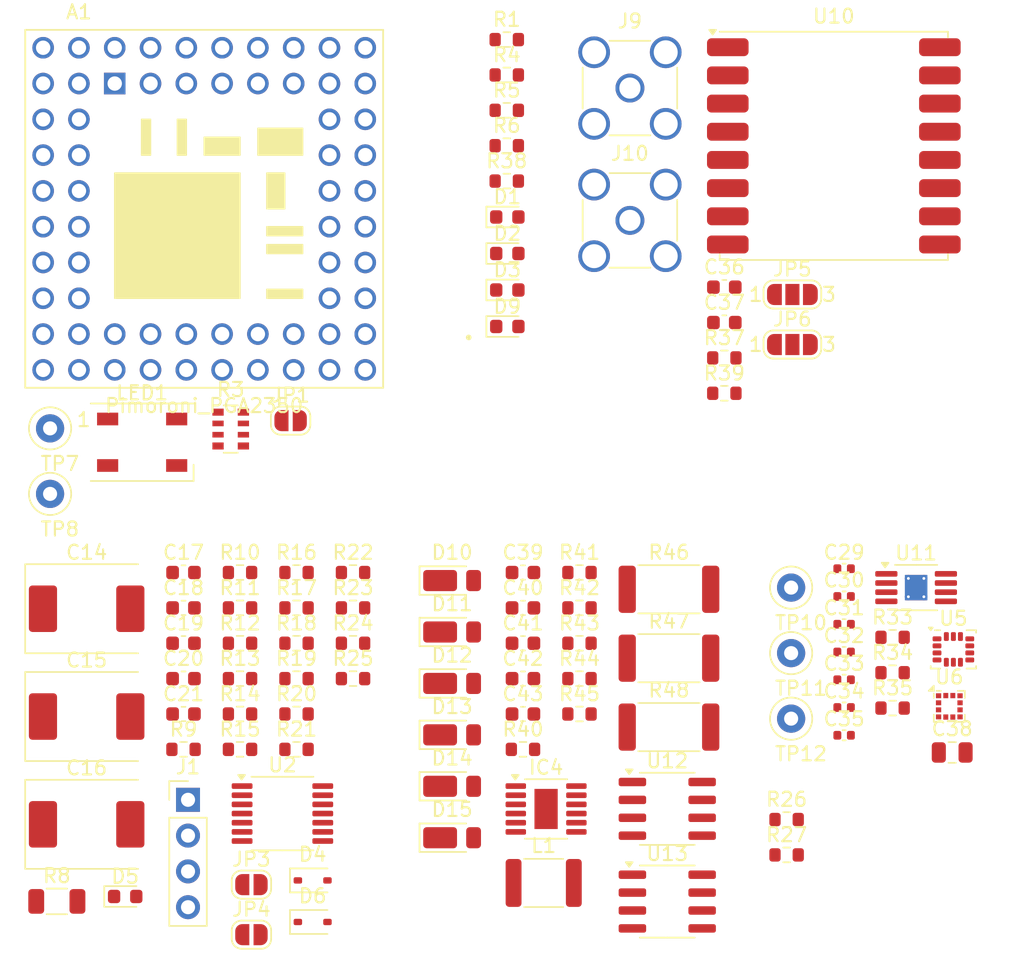
<source format=kicad_pcb>
(kicad_pcb (version 20240108) (generator "pcbnew") (generator_version "8.0")
  (layers (0 "F.Cu" signal) (31 "B.Cu" signal) (34 "B.Paste" user) (35 "F.Paste" user) (36 "B.SilkS" user "B.Silkscreen") (37 "F.SilkS" user "F.Silkscreen") (38 "B.Mask" user) (39 "F.Mask" user) (44 "Edge.Cuts" user))
  (net 0 "")
  (net 1 "UART1_TX")
  (net 3 "SPI1_MISO")
  (net 4 "Net-(A1-3V3_EN)")
  (net 7 "I2C0_SDA")
  (net 8 "SPI1_CS0")
  (net 9 "3.3V")
  (net 11 "/PGA2350 Core/USBBOOT")
  (net 15 "SPI1_SCK")
  (net 18 "SPI1_MOSI")
  (net 21 "SPI0_SCK")
  (net 22 "GND")
  (net 24 "UART0_TX")
  (net 32 "UART1_RX")
  (net 36 "SPI0_CS0")
  (net 38 "UART1_CTS")
  (net 41 "I2C1_SDA")
  (net 43 "SPI0_MISO")
  (net 45 "SPI0_MOSI")
  (net 46 "~{RESET}")
  (net 47 "UART1_RTS")
  (net 52 "UART0_RX")
  (net 56 "I2C1_SCL")
  (net 57 "I2C0_SCL")
  (net 60 "/Watchdog/WDT-VIN")
  (net 61 "Net-(C17-Pad2)")
  (net 62 "WDT_WDI")
  (net 63 "Net-(U2B-+)")
  (net 64 "Net-(U2C--)")
  (net 65 "Net-(U2D--)")
  (net 66 "V_BACKUP")
  (net 67 "Net-(U6-C1)")
  (net 68 "RF1_VCC")
  (net 69 "RF2_VCC")
  (net 70 "Net-(D10-K)")
  (net 71 "Net-(D14-K)")
  (net 72 "Net-(D13-K)")
  (net 73 "VBATT_SENSE")
  (net 74 "RX")
  (net 75 "Net-(D1-K)")
  (net 76 "Net-(D2-K)")
  (net 77 "TX")
  (net 78 "Net-(D3-A)")
  (net 79 "VBATT")
  (net 80 "Net-(D4-Pad1)")
  (net 81 "Net-(D5-A)")
  (net 82 "Net-(U2D-+)")
  (net 83 "Net-(D6-Pad2)")
  (net 84 "Net-(D9-A)")
  (net 85 "VSOLAR_I")
  (net 86 "Dir_Chrg_In")
  (net 87 "VBatt")
  (net 89 "CHRG'")
  (net 90 "Net-(IC4-VFB)")
  (net 91 "Net-(IC4-SENSE)")
  (net 93 "Net-(IC4-VIN_REG)")
  (net 94 "/Radios/RF1_ANT")
  (net 95 "RF2_ANT")
  (net 96 "Net-(JP1-B)")
  (net 97 "VCC_RF1")
  (net 98 "Net-(JP4-A)")
  (net 99 "NEOPIX")
  (net 105 "VBUS")
  (net 106 "Net-(R10-Pad1)")
  (net 107 "Net-(U2B--)")
  (net 108 "/Watchdog/WDT-VP")
  (net 109 "Net-(U2A--)")
  (net 110 "Net-(R17-Pad1)")
  (net 111 "Net-(R19-Pad1)")
  (net 112 "Net-(U2C-+)")
  (net 113 "/Connectors/D+")
  (net 114 "USB_D+")
  (net 115 "/Connectors/D-")
  (net 116 "USB_D-")
  (net 117 "SPI0_CS1")
  (net 118 "RTC_INT")
  (net 119 "Net-(IC3-EVI)")
  (net 120 "Net-(R40-Pad2)")
  (net 121 "VSOLAR")
  (net 122 "PACK+")
  (net 123 "RF1_IO4")
  (net 124 "RF1_IO0")
  (net 126 "SCL1")
  (net 132 "SDA1")
  (net 141 "RF2_IO0")
  (net 144 "RF2_RST")
  (net 146 "RF2_IO4")
  (net 150 "SDA0")
  (net 151 "SCL0")
  (footprint "Resistor_SMD:R_0603_1608Metric" (layer "F.Cu") (at 129.9425 39.375)
    (property "Reference" "R1" (at 0 -1.43 0) (layer "F.SilkS"))
    (property "Value" "10k")
    (pad "1" smd roundrect (at -0.825 0) (size 0.8 0.95) (layers "F.Cu" "F.Paste" "F.Mask") (net 9 "3.3V"))
    (pad "2" smd roundrect (at 0.825 0) (size 0.8 0.95) (layers "F.Cu" "F.Paste" "F.Mask") (net 46 "~{RESET}"))
  )
  (footprint "Resistor_SMD:R_0603_1608Metric" (layer "F.Cu") (at 115.0225 79.705)
    (property "Reference" "R17" (at 0 -1.43 0) (layer "F.SilkS"))
    (property "Value" "1k")
    (pad "1" smd roundrect (at -0.825 0) (size 0.8 0.95) (layers "F.Cu" "F.Paste" "F.Mask") (net 110 "Net-(R17-Pad1)"))
    (pad "2" smd roundrect (at 0.825 0) (size 0.8 0.95) (layers "F.Cu" "F.Paste" "F.Mask") (net 63 "Net-(U2B-+)"))
  )
  (footprint "Resistor_SMD:R_0603_1608Metric" (layer "F.Cu") (at 111.0125 79.705)
    (property "Reference" "R11" (at 0 -1.43 0) (layer "F.SilkS"))
    (property "Value" "10k")
    (pad "1" smd roundrect (at -0.825 0) (size 0.8 0.95) (layers "F.Cu" "F.Paste" "F.Mask") (net 65 "Net-(U2D--)"))
    (pad "2" smd roundrect (at 0.825 0) (size 0.8 0.95) (layers "F.Cu" "F.Paste" "F.Mask") (net 107 "Net-(U2B--)"))
  )
  (footprint "Resistor_SMD:R_0603_1608Metric" (layer "F.Cu") (at 157.3225 86.815)
    (property "Reference" "R35" (at 0 -1.43 0) (layer "F.SilkS"))
    (property "Value" "10k")
    (pad "1" smd roundrect (at -0.825 0) (size 0.8 0.95) (layers "F.Cu" "F.Paste" "F.Mask") (net 119 "Net-(IC3-EVI)"))
    (pad "2" smd roundrect (at 0.825 0) (size 0.8 0.95) (layers "F.Cu" "F.Paste" "F.Mask") (net 9 "3.3V"))
  )
  (footprint "Capacitor_SMD:C_0603_1608Metric" (layer "F.Cu") (at 131.0925 87.235)
    (property "Reference" "C43" (at 0 -1.43 0) (layer "F.SilkS"))
    (property "Value" "0.1uF")
    (pad "1" smd roundrect (at -0.775 0) (size 0.9 0.95) (layers "F.Cu" "F.Paste" "F.Mask") (net 22 "GND"))
    (pad "2" smd roundrect (at 0.775 0) (size 0.9 0.95) (layers "F.Cu" "F.Paste" "F.Mask") (net 9 "3.3V"))
  )
  (footprint "Resistor_SMD:R_0603_1608Metric" (layer "F.Cu") (at 135.1025 79.705)
    (property "Reference" "R42" (at 0 -1.43 0) (layer "F.SilkS"))
    (property "Value" "94k")
    (pad "1" smd roundrect (at -0.825 0) (size 0.8 0.95) (layers "F.Cu" "F.Paste" "F.Mask") (net 22 "GND"))
    (pad "2" smd roundrect (at 0.825 0) (size 0.8 0.95) (layers "F.Cu" "F.Paste" "F.Mask") (net 93 "Net-(IC4-VIN_REG)"))
  )
  (footprint "Capacitor_SMD:C_0402_1005Metric" (layer "F.Cu") (at 153.8825 80.865)
    (property "Reference" "C31" (at 0 -1.16 0) (layer "F.SilkS"))
    (property "Value" "100nf")
    (pad "1" smd roundrect (at -0.48 0) (size 0.56 0.62) (layers "F.Cu" "F.Paste" "F.Mask") (net 9 "3.3V"))
    (pad "2" smd roundrect (at 0.48 0) (size 0.56 0.62) (layers "F.Cu" "F.Paste" "F.Mask") (net 22 "GND"))
  )
  (footprint "Jumper:SolderJumper-2_P1.3mm_Open_RoundedPad1.0x1.5mm" (layer "F.Cu") (at 114.6025 66.415)
    (property "Reference" "JP1" (at 0 -1.8 0) (layer "F.SilkS"))
    (property "Value" "SolderJumper_2_Open")
    (pad "1" smd custom (at -0.65 0) (size 1 0.5) (layers "F.Cu" "F.Mask") (net 9 "3.3V") (options (clearance outline) (anchor rect)) (primitives (gr_circle (center 0 0.25) (end 0.5 0.25) (width 0) (fill yes)) (gr_circle (center 0 -0.25) (end 0.5 -0.25) (width 0) (fill yes)) (gr_poly (pts (xy 0.5 0.75) (xy 0 0.75) (xy 0 -0.75) (xy 0.5 -0.75)) (width 0) (fill yes))))
    (pad "2" smd custom (at 0.65 0) (size 1 0.5) (layers "F.Cu" "F.Mask") (net 96 "Net-(JP1-B)") (options (clearance outline) (anchor rect)) (primitives (gr_circle (center 0 0.25) (end 0.5 0.25) (width 0) (fill yes)) (gr_circle (center 0 -0.25) (end 0.5 -0.25) (width 0) (fill yes)) (gr_poly (pts (xy 0 0.75) (xy -0.5 0.75) (xy -0.5 -0.75) (xy 0 -0.75)) (width 0) (fill yes))))
  )
  (footprint "Diode_SMD:D_PowerDI-123" (layer "F.Cu") (at 126.0625 85.065)
    (property "Reference" "D12" (at 0 -2 0) (layer "F.SilkS"))
    (property "Value" "DFLS130L-7")
    (pad "1" smd roundrect (at -0.85 0 180) (size 2.4 1.5) (layers "F.Cu" "F.Paste" "F.Mask") (roundrect_rratio 0.1666666667) (net 87 "VBatt"))
    (pad "2" smd roundrect (at 1.525 0 180) (size 1.05 1.5) (layers "F.Cu" "F.Paste" "F.Mask") (roundrect_rratio 0.2380952381) (net 86 "Dir_Chrg_In"))
  )
  (footprint "Package_SO:MSOP-12-1EP_3x4mm_P0.65mm_EP1.65x2.85mm" (layer "F.Cu") (at 132.7325 93.975)
    (property "Reference" "IC4" (at 0 -2.95 0) (layer "F.SilkS"))
    (property "Value" "LT3652IMSE#PBF")
    (pad "1" smd roundrect (at -2.15 -1.625) (size 1.45 0.4) (layers "F.Cu" "F.Paste" "F.Mask") (net 70 "Net-(D10-K)"))
    (pad "2" smd roundrect (at -2.15 -0.975) (size 1.45 0.4) (layers "F.Cu" "F.Paste" "F.Mask") (net 93 "Net-(IC4-VIN_REG)"))
    (pad "3" smd roundrect (at -2.15 -0.325) (size 1.45 0.4) (layers "F.Cu" "F.Paste" "F.Mask") (net 70 "Net-(D10-K)"))
    (pad "4" smd roundrect (at -2.15 0.325) (size 1.45 0.4) (layers "F.Cu" "F.Paste" "F.Mask") (net 89 "CHRG'"))
    (pad "5" smd roundrect (at -2.15 0.975) (size 1.45 0.4) (layers "F.Cu" "F.Paste" "F.Mask"))
    (pad "6" smd roundrect (at -2.15 1.625) (size 1.45 0.4) (layers "F.Cu" "F.Paste" "F.Mask") (net 22 "GND"))
    (pad "7" smd roundrect (at 2.15 1.625) (size 1.45 0.4) (layers "F.Cu" "F.Paste" "F.Mask") (net 90 "Net-(IC4-VFB)"))
    (pad "8" smd roundrect (at 2.15 0.975) (size 1.45 0.4) (layers "F.Cu" "F.Paste" "F.Mask"))
    (pad "9" smd roundrect (at 2.15 0.325) (size 1.45 0.4) (layers "F.Cu" "F.Paste" "F.Mask") (net 73 "VBATT_SENSE"))
    (pad "10" smd roundrect (at 2.15 -0.325) (size 1.45 0.4) (layers "F.Cu" "F.Paste" "F.Mask") (net 91 "Net-(IC4-SENSE)"))
    (pad "11" smd roundrect (at 2.15 -0.975) (size 1.45 0.4) (layers "F.Cu" "F.Paste" "F.Mask") (net 72 "Net-(D13-K)"))
    (pad "12" smd roundrect (at 2.15 -1.625) (size 1.45 0.4) (layers "F.Cu" "F.Paste" "F.Mask") (net 71 "Net-(D14-K)"))
    (pad "13" smd rect (at 0 0) (size 1.65 2.85) (property pad_prop_heatsink) (layers "F.Cu" "F.Mask") (net 22 "GND"))
  )
  (footprint "Capacitor_SMD:C_0603_1608Metric" (layer "F.Cu") (at 107.0025 77.195)
    (property "Reference" "C17" (at 0 -1.43 0) (layer "F.SilkS"))
    (property "Value" "10u")
    (pad "1" smd roundrect (at -0.775 0) (size 0.9 0.95) (layers "F.Cu" "F.Paste" "F.Mask") (net 62 "WDT_WDI"))
    (pad "2" smd roundrect (at 0.775 0) (size 0.9 0.95) (layers "F.Cu" "F.Paste" "F.Mask") (net 61 "Net-(C17-Pad2)"))
  )
  (footprint "Resistor_SMD:R_0603_1608Metric" (layer "F.Cu") (at 129.9425 49.415)
    (property "Reference" "R38" (at 0 -1.43 0) (layer "F.SilkS"))
    (property "Value" "10k")
    (pad "1" smd roundrect (at -0.825 0) (size 0.8 0.95) (layers "F.Cu" "F.Paste" "F.Mask") (net 9 "3.3V"))
    (pad "2" smd roundrect (at 0.825 0) (size 0.8 0.95) (layers "F.Cu" "F.Paste" "F.Mask") (net 84 "Net-(D9-A)"))
  )
  (footprint "Resistor_SMD:R_0603_1608Metric" (layer "F.Cu") (at 119.0325 77.195)
    (property "Reference" "R22" (at 0 -1.43 0) (layer "F.SilkS"))
    (property "Value" "100k")
    (pad "1" smd roundrect (at -0.825 0) (size 0.8 0.95) (layers "F.Cu" "F.Paste" "F.Mask") (net 112 "Net-(U2C-+)"))
    (pad "2" smd roundrect (at 0.825 0) (size 0.8 0.95) (layers "F.Cu" "F.Paste" "F.Mask") (net 82 "Net-(U2D-+)"))
  )
  (footprint "LED_SMD:LED_0603_1608Metric" (layer "F.Cu") (at 129.9825 59.735)
    (property "Reference" "D9" (at 0 -1.43 0) (layer "F.SilkS"))
    (property "Value" "LED")
    (pad "1" smd roundrect (at -0.7875 0) (size 0.875 0.95) (layers "F.Cu" "F.Paste" "F.Mask") (net 22 "GND"))
    (pad "2" smd roundrect (at 0.7875 0) (size 0.875 0.95) (layers "F.Cu" "F.Paste" "F.Mask") (net 84 "Net-(D9-A)"))
  )
  (footprint "Capacitor_SMD:C_0603_1608Metric" (layer "F.Cu") (at 107.0025 79.705)
    (property "Reference" "C18" (at 0 -1.43 0) (layer "F.SilkS"))
    (property "Value" "10u")
    (pad "1" smd roundrect (at -0.775 0) (size 0.9 0.95) (layers "F.Cu" "F.Paste" "F.Mask") (net 22 "GND"))
    (pad "2" smd roundrect (at 0.775 0) (size 0.9 0.95) (layers "F.Cu" "F.Paste" "F.Mask") (net 63 "Net-(U2B-+)"))
  )
  (footprint "Resistor_SMD:R_0603_1608Metric" (layer "F.Cu") (at 135.1025 77.195)
    (property "Reference" "R41" (at 0 -1.43 0) (layer "F.SilkS"))
    (property "Value" "100k")
    (pad "1" smd roundrect (at -0.825 0) (size 0.8 0.95) (layers "F.Cu" "F.Paste" "F.Mask") (net 120 "Net-(R40-Pad2)"))
    (pad "2" smd roundrect (at 0.825 0) (size 0.8 0.95) (layers "F.Cu" "F.Paste" "F.Mask") (net 93 "Net-(IC4-VIN_REG)"))
  )
  (footprint "TestPoint:TestPoint_Loop_D1.80mm_Drill1.0mm_Beaded" (layer "F.Cu") (at 97.5325 71.615)
    (property "Reference" "TP8" (at 0.7 2.5 0) (layer "F.SilkS"))
    (property "Value" "RESET")
    (pad "1" thru_hole circle (at 0 0) (size 2 2) (drill 1) (layers "*.Cu" "*.Mask") (net 46 "~{RESET}"))
  )
  (footprint "Resistor_SMD:R_0603_1608Metric" (layer "F.Cu") (at 107.0025 89.745)
    (property "Reference" "R9" (at 0 -1.43 0) (layer "F.SilkS"))
    (property "Value" "10k")
    (pad "1" smd roundrect (at -0.825 0) (size 0.8 0.95) (layers "F.Cu" "F.Paste" "F.Mask") (net 60 "/Watchdog/WDT-VIN"))
    (pad "2" smd roundrect (at 0.825 0) (size 0.8 0.95) (layers "F.Cu" "F.Paste" "F.Mask") (net 106 "Net-(R10-Pad1)"))
  )
  (footprint "TestPoint:TestPoint_Loop_D1.80mm_Drill1.0mm_Beaded" (layer "F.Cu") (at 150.1225 87.565)
    (property "Reference" "TP12" (at 0.7 2.5 0) (layer "F.SilkS"))
    (property "Value" "RESET")
    (pad "1" thru_hole circle (at 0 0) (size 2 2) (drill 1) (layers "*.Cu" "*.Mask") (net 124 "RF1_IO0"))
  )
  (footprint "Diode_SMD:D_SOD-323" (layer "F.Cu") (at 116.1675 101.995)
    (property "Reference" "D6" (at 0 -1.85 0) (layer "F.SilkS"))
    (property "Value" "1N4151WS")
    (pad "1" smd roundrect (at -1.05 0) (size 0.6 0.45) (layers "F.Cu" "F.Paste" "F.Mask") (net 82 "Net-(U2D-+)"))
    (pad "2" smd roundrect (at 1.05 0) (size 0.6 0.45) (layers "F.Cu" "F.Paste" "F.Mask") (net 83 "Net-(D6-Pad2)"))
  )
  (footprint "Capacitor_SMD:C_0402_1005Metric" (layer "F.Cu") (at 153.8825 78.895)
    (property "Reference" "C30" (at 0 -1.16 0) (layer "F.SilkS"))
    (property "Value" "100nf")
    (pad "1" smd roundrect (at -0.48 0) (size 0.56 0.62) (layers "F.Cu" "F.Paste" "F.Mask") (net 9 "3.3V"))
    (pad "2" smd roundrect (at 0.48 0) (size 0.56 0.62) (layers "F.Cu" "F.Paste" "F.Mask") (net 22 "GND"))
  )
  (footprint "LED_SMD:LED_0603_1608Metric" (layer "F.Cu") (at 102.8625 100.185)
    (property "Reference" "D5" (at 0 -1.43 0) (layer "F.SilkS"))
    (property "Value" "GREEN")
    (pad "1" smd roundrect (at -0.7875 0) (size 0.875 0.95) (layers "F.Cu" "F.Paste" "F.Mask") (net 22 "GND"))
    (pad "2" smd roundrect (at 0.7875 0) (size 0.875 0.95) (layers "F.Cu" "F.Paste" "F.Mask") (net 81 "Net-(D5-A)"))
  )
  (footprint "TestPoint:TestPoint_Loop_D1.80mm_Drill1.0mm_Beaded" (layer "F.Cu") (at 97.5325 66.965)
    (property "Reference" "TP7" (at 0.7 2.5 0) (layer "F.SilkS"))
    (property "Value" "USBBOOT")
    (pad "1" thru_hole circle (at 0 0) (size 2 2) (drill 1) (layers "*.Cu" "*.Mask") (net 11 "/PGA2350 Core/USBBOOT"))
  )
  (footprint "Resistor_SMD:R_0603_1608Metric" (layer "F.Cu") (at 157.3225 81.795)
    (property "Reference" "R33" (at 0 -1.43 0) (layer "F.SilkS"))
    (property "Value" "10k")
    (pad "1" smd roundrect (at -0.825 0) (size 0.8 0.95) (layers "F.Cu" "F.Paste" "F.Mask") (net 117 "SPI0_CS1"))
    (pad "2" smd roundrect (at 0.825 0) (size 0.8 0.95) (layers "F.Cu" "F.Paste" "F.Mask") (net 9 "3.3V"))
  )
  (footprint "Capacitor_SMD:C_0402_1005Metric" (layer "F.Cu") (at 153.8825 76.925)
    (property "Reference" "C29" (at 0 -1.16 0) (layer "F.SilkS"))
    (property "Value" "100nf")
    (pad "1" smd roundrect (at -0.48 0) (size 0.56 0.62) (layers "F.Cu" "F.Paste" "F.Mask") (net 66 "V_BACKUP"))
    (pad "2" smd roundrect (at 0.48 0) (size 0.56 0.62) (layers "F.Cu" "F.Paste" "F.Mask") (net 22 "GND"))
  )
  (footprint "Resistor_SMD:R_0603_1608Metric" (layer "F.Cu") (at 119.0325 82.215)
    (property "Reference" "R24" (at 0 -1.43 0) (layer "F.SilkS"))
    (property "Value" "100k")
    (pad "1" smd roundrect (at -0.825 0) (size 0.8 0.95) (layers "F.Cu" "F.Paste" "F.Mask") (net 82 "Net-(U2D-+)"))
    (pad "2" smd roundrect (at 0.825 0) (size 0.8 0.95) (layers "F.Cu" "F.Paste" "F.Mask") (net 60 "/Watchdog/WDT-VIN"))
  )
  (footprint "Resistor_SMD:R_0603_1608Metric" (layer "F.Cu") (at 149.8025 97.235)
    (property "Reference" "R27" (at 0 -1.43 0) (layer "F.SilkS"))
    (property "Value" "22")
    (pad "1" smd roundrect (at -0.825 0) (size 0.8 0.95) (layers "F.Cu" "F.Paste" "F.Mask") (net 115 "/Connectors/D-"))
    (pad "2" smd roundrect (at 0.825 0) (size 0.8 0.95) (layers "F.Cu" "F.Paste" "F.Mask") (net 116 "USB_D-"))
  )
  (footprint "Capacitor_SMD:C_0402_1005Metric" (layer "F.Cu") (at 153.8825 82.835)
    (property "Reference" "C32" (at 0 -1.16 0) (layer "F.SilkS"))
    (property "Value" "100nf")
    (pad "1" smd roundrect (at -0.48 0) (size 0.56 0.62) (layers "F.Cu" "F.Paste" "F.Mask") (net 9 "3.3V"))
    (pad "2" smd roundrect (at 0.48 0) (size 0.56 0.62) (layers "F.Cu" "F.Paste" "F.Mask") (net 22 "GND"))
  )
  (footprint "Jumper:SolderJumper-2_P1.3mm_Open_RoundedPad1.0x1.5mm" (layer "F.Cu") (at 111.8225 102.895)
    (property "Reference" "JP4" (at 0 -1.8 0) (layer "F.SilkS"))
    (property "Value" "SolderJumper_2_Open")
    (pad "1" smd custom (at -0.65 0) (size 1 0.5) (layers "F.Cu" "F.Mask") (net 98 "Net-(JP4-A)") (options (clearance outline) (anchor rect)) (primitives (gr_circle (center 0 0.25) (end 0.5 0.25) (width 0) (fill yes)) (gr_circle (center 0 -0.25) (end 0.5 -0.25) (width 0) (fill yes)) (gr_poly (pts (xy 0.5 0.75) (xy 0 0.75) (xy 0 -0.75) (xy 0.5 -0.75)) (width 0) (fill yes))))
    (pad "2" smd custom (at 0.65 0) (size 1 0.5) (layers "F.Cu" "F.Mask") (net 46 "~{RESET}") (options (clearance outline) (anchor rect)) (primitives (gr_circle (center 0 0.25) (end 0.5 0.25) (width 0) (fill yes)) (gr_circle (center 0 -0.25) (end 0.5 -0.25) (width 0) (fill yes)) (gr_poly (pts (xy 0 0.75) (xy -0.5 0.75) (xy -0.5 -0.75) (xy 0 -0.75)) (width 0) (fill yes))))
  )
  (footprint "Resistor_SMD:R_0603_1608Metric" (layer "F.Cu") (at 145.3825 61.965)
    (property "Reference" "R37" (at 0 -1.43 0) (layer "F.SilkS"))
    (property "Value" "10k")
    (pad "1" smd roundrect (at -0.825 0) (size 0.8 0.95) (layers "F.Cu" "F.Paste" "F.Mask") (net 9 "3.3V"))
    (pad "2" smd roundrect (at 0.825 0) (size 0.8 0.95) (layers "F.Cu" "F.Paste" "F.Mask") (net 36 "SPI0_CS0"))
  )
  (footprint "Connector_Coaxial:SMA_Amphenol_901-144_Vertical" (layer "F.Cu") (at 138.6825 52.205)
    (property "Reference" "J10" (at 0 -4.75 0) (layer "F.SilkS"))
    (property "Value" "Conn_Coaxial")
    (pad "1" thru_hole circle (at 0 0) (size 2.05 2.05) (drill 1.5) (layers "*.Cu" "*.Mask") (net 95 "RF2_ANT"))
    (pad "2" thru_hole circle (at -2.54 -2.54) (size 2.25 2.25) (drill 1.7) (layers "*.Cu" "*.Mask") (net 22 "GND"))
    (pad "2" thru_hole circle (at -2.54 2.54) (size 2.25 2.25) (drill 1.7) (layers "*.Cu" "*.Mask") (net 22 "GND"))
    (pad "2" thru_hole circle (at 2.54 -2.54) (size 2.25 2.25) (drill 1.7) (layers "*.Cu" "*.Mask") (net 22 "GND"))
    (pad "2" thru_hole circle (at 2.54 2.54) (size 2.25 2.25) (drill 1.7) (layers "*.Cu" "*.Mask") (net 22 "GND"))
  )
  (footprint "Resistor_SMD:R_0603_1608Metric" (layer "F.Cu") (at 115.0225 84.725)
    (property "Reference" "R19" (at 0 -1.43 0) (layer "F.SilkS"))
    (property "Value" "1k")
    (pad "1" smd roundrect (at -0.825 0) (size 0.8 0.95) (layers "F.Cu" "F.Paste" "F.Mask") (net 111 "Net-(R19-Pad1)"))
    (pad "2" smd roundrect (at 0.825 0) (size 0.8 0.95) (layers "F.Cu" "F.Paste" "F.Mask") (net 64 "Net-(U2C--)"))
  )
  (footprint "LED_SMD:LED_WS2812B_PLCC4_5.0x5.0mm_P3.2mm" (layer "F.Cu") (at 104.0675 67.95)
    (property "Reference" "LED1" (at 0 -3.5 0) (layer "F.SilkS"))
    (property "Value" "WS2812B_SK6812_1515")
    (fp_text user "1" (at -4.15 -1.6 0) (layer "F.SilkS"))
    (pad "1" smd rect (at -2.45 -1.65) (size 1.5 0.9) (layers "F.Cu" "F.Paste" "F.Mask") (net 96 "Net-(JP1-B)"))
    (pad "2" smd rect (at -2.45 1.65) (size 1.5 0.9) (layers "F.Cu" "F.Paste" "F.Mask"))
    (pad "3" smd rect (at 2.45 1.65) (size 1.5 0.9) (layers "F.Cu" "F.Paste" "F.Mask") (net 22 "GND"))
    (pad "4" smd rect (at 2.45 -1.65) (size 1.5 0.9) (layers "F.Cu" "F.Paste" "F.Mask") (net 99 "NEOPIX"))
  )
  (footprint "Resistor_SMD:R_0603_1608Metric" (layer "F.Cu") (at 115.0225 87.235)
    (property "Reference" "R20" (at 0 -1.43 0) (layer "F.SilkS"))
    (property "Value" "100k")
    (pad "1" smd roundrect (at -0.825 0) (size 0.8 0.95) (layers "F.Cu" "F.Paste" "F.Mask") (net 112 "Net-(U2C-+)"))
    (pad "2" smd roundrect (at 0.825 0) (size 0.8 0.95) (layers "F.Cu" "F.Paste" "F.Mask") (net 106 "Net-(R10-Pad1)"))
  )
  (footprint "Resistor_SMD:R_0603_1608Metric" (layer "F.Cu") (at 111.0125 87.235)
    (property "Reference" "R14" (at 0 -1.43 0) (layer "F.SilkS"))
    (property "Value" "3.0k")
    (pad "1" smd roundrect (at -0.825 0) (size 0.8 0.95) (layers "F.Cu" "F.Paste" "F.Mask") (net 62 "WDT_WDI"))
    (pad "2" smd roundrect (at 0.825 0) (size 0.8 0.95) (layers "F.Cu" "F.Paste" "F.Mask") (net 81 "Net-(D5-A)"))
  )
  (footprint "Package_SO:SOIC-8_3.9x4.9mm_P1.27mm" (layer "F.Cu") (at 141.3325 93.965)
    (property "Reference" "U12" (at 0 -3.4 0) (layer "F.SilkS"))
    (property "Value" "INA219AxD")
    (pad "1" smd roundrect (at -2.475 -1.905) (size 1.95 0.6) (layers "F.Cu" "F.Paste" "F.Mask") (net 9 "3.3V"))
    (pad "2" smd roundrect (at -2.475 -0.635) (size 1.95 0.6) (layers "F.Cu" "F.Paste" "F.Mask") (net 22 "GND"))
    (pad "3" smd roundrect (at -2.475 0.635) (size 1.95 0.6) (layers "F.Cu" "F.Paste" "F.Mask") (net 150 "SDA0"))
    (pad "4" smd roundrect (at -2.475 1.905) (size 1.95 0.6) (layers "F.Cu" "F.Paste" "F.Mask") (net 151 "SCL0"))
    (pad "5" smd roundrect (at 2.475 1.905) (size 1.95 0.6) (layers "F.Cu" "F.Paste" "F.Mask") (net 9 "3.3V"))
    (pad "6" smd roundrect (at 2.475 0.635) (size 1.95 0.6) (layers "F.Cu" "F.Paste" "F.Mask") (net 22 "GND"))
    (pad "7" smd roundrect (at 2.475 -0.635) (size 1.95 0.6) (layers "F.Cu" "F.Paste" "F.Mask") (net 85 "VSOLAR_I"))
    (pad "8" smd roundrect (at 2.475 -1.905) (size 1.95 0.6) (layers "F.Cu" "F.Paste" "F.Mask") (net 121 "VSOLAR"))
  )
  (footprint "Capacitor_SMD:C_0603_1608Metric" (layer "F.Cu") (at 107.0025 82.215)
    (property "Reference" "C19" (at 0 -1.43 0) (layer "F.SilkS"))
    (property "Value" "10u")
    (pad "1" smd roundrect (at -0.775 0) (size 0.9 0.95) (layers "F.Cu" "F.Paste" "F.Mask") (net 22 "GND"))
    (pad "2" smd roundrect (at 0.775 0) (size 0.9 0.95) (layers "F.Cu" "F.Paste" "F.Mask") (net 64 "Net-(U2C--)"))
  )
  (footprint "Resistor_SMD:R_0603_1608Metric" (layer "F.Cu") (at 129.9425 41.885)
    (property "Reference" "R4" (at 0 -1.43 0) (layer "F.SilkS"))
    (property "Value" "10k")
    (pad "1" smd roundrect (at -0.825 0) (size 0.8 0.95) (layers "F.Cu" "F.Paste" "F.Mask") (net 75 "Net-(D1-K)"))
    (pad "2" smd roundrect (at 0.825 0) (size 0.8 0.95) (layers "F.Cu" "F.Paste" "F.Mask") (net 22 "GND"))
  )
  (footprint "Connector_Coaxial:SMA_Amphenol_901-144_Vertical" (layer "F.Cu") (at 138.6825 42.815)
    (property "Reference" "J9" (at 0 -4.75 0) (layer "F.SilkS"))
    (property "Value" "Conn_Coaxial")
    (pad "1" thru_hole circle (at 0 0) (size 2.05 2.05) (drill 1.5) (layers "*.Cu" "*.Mask") (net 94 "/Radios/RF1_ANT"))
    (pad "2" thru_hole circle (at -2.54 -2.54) (size 2.25 2.25) (drill 1.7) (layers "*.Cu" "*.Mask") (net 22 "GND"))
    (pad "2" thru_hole circle (at -2.54 2.54) (size 2.25 2.25) (drill 1.7) (layers "*.Cu" "*.Mask") (net 22 "GND"))
    (pad "2" thru_hole circle (at 2.54 -2.54) (size 2.25 2.25) (drill 1.7) (layers "*.Cu" "*.Mask") (net 22 "GND"))
    (pad "2" thru_hole circle (at 2.54 2.54) (size 2.25 2.25) (drill 1.7) (layers "*.Cu" "*.Mask") (net 22 "GND"))
  )
  (footprint "Capacitor_SMD:C_0603_1608Metric" (layer "F.Cu") (at 145.3825 56.945)
    (property "Reference" "C36" (at 0 -1.43 0) (layer "F.SilkS"))
    (property "Value" "10uF")
    (pad "1" smd roundrect (at -0.775 0) (size 0.9 0.95) (layers "F.Cu" "F.Paste" "F.Mask") (net 22 "GND"))
    (pad "2" smd roundrect (at 0.775 0) (size 0.9 0.95) (layers "F.Cu" "F.Paste" "F.Mask") (net 68 "RF1_VCC"))
  )
  (footprint "Capacitor_SMD:C_0603_1608Metric" (layer "F.Cu") (at 107.0025 87.235)
    (property "Reference" "C21" (at 0 -1.43 0) (layer "F.SilkS"))
    (property "Value" "10u")
    (pad "1" smd roundrect (at -0.775 0) (size 0.9 0.95) (layers "F.Cu" "F.Paste" "F.Mask") (net 22 "GND"))
    (pad "2" smd roundrect (at 0.775 0) (size 0.9 0.95) (layers "F.Cu" "F.Paste" "F.Mask") (net 65 "Net-(U2D--)"))
  )
  (footprint "Diode_SMD:D_PowerDI-123" (layer "F.Cu") (at 126.0625 81.415)
    (property "Reference" "D11" (at 0 -2 0) (layer "F.SilkS"))
    (property "Value" "DFLS130L-7")
    (pad "1" smd roundrect (at -0.85 0 180) (size 2.4 1.5) (layers "F.Cu" "F.Paste" "F.Mask") (roundrect_rratio 0.1666666667) (net 70 "Net-(D10-K)"))
    (pad "2" smd roundrect (at 1.525 0 180) (size 1.05 1.5) (layers "F.Cu" "F.Paste" "F.Mask") (roundrect_rratio 0.2380952381) (net 86 "Dir_Chrg_In"))
  )
  (footprint "Package_SO:TSSOP-14_4.4x5mm_P0.65mm" (layer "F.Cu") (at 114.0225 94.3)
    (property "Reference" "U2" (at 0 -3.45 0) (layer "F.SilkS"))
    (property "Value" "TLV1704")
    (pad "1" smd roundrect (at -2.8625 -1.95) (size 1.475 0.4) (layers "F.Cu" "F.Paste" "F.Mask") (net 111 "Net-(R19-Pad1)"))
    (pad "2" smd roundrect (at -2.8625 -1.3) (size 1.475 0.4) (layers "F.Cu" "F.Paste" "F.Mask") (net 110 "Net-(R17-Pad1)"))
    (pad "3" smd roundrect (at -2.8625 -0.65) (size 1.475 0.4) (layers "F.Cu" "F.Paste" "F.Mask") (net 60 "/Watchdog/WDT-VIN"))
    (pad "4" smd roundrect (at -2.8625 0) (size 1.475 0.4) (layers "F.Cu" "F.Paste" "F.Mask") (net 109 "Net-(U2A--)"))
    (pad "5" smd roundrect (at -2.8625 0.65) (size 1.475 0.4) (layers "F.Cu" "F.Paste" "F.Mask") (net 108 "/Watchdog/WDT-VP"))
    (pad "6" smd roundrect (at -2.8625 1.3) (size 1.475 0.4) (layers "F.Cu" "F.Paste" "F.Mask") (net 107 "Net-(U2B--)"))
    (pad "7" smd roundrect (at -2.8625 1.95) (size 1.475 0.4) (layers "F.Cu" "F.Paste" "F.Mask") (net 63 "Net-(U2B-+)"))
    (pad "8" smd roundrect (at 2.8625 1.95) (size 1.475 0.4) (layers "F.Cu" "F.Paste" "F.Mask") (net 64 "Net-(U2C--)"))
    (pad "9" smd roundrect (at 2.8625 1.3) (size 1.475 0.4) (layers "F.Cu" "F.Paste" "F.Mask") (net 112 "Net-(U2C-+)"))
    (pad "10" smd roundrect (at 2.8625 0.65) (size 1.475 0.4) (layers "F.Cu" "F.Paste" "F.Mask") (net 65 "Net-(U2D--)"))
    (pad "11" smd roundrect (at 2.8625 0) (size 1.475 0.4) (layers "F.Cu" "F.Paste" "F.Mask") (net 82 "Net-(U2D-+)"))
    (pad "12" smd roundrect (at 2.8625 -0.65) (size 1.475 0.4) (layers "F.Cu" "F.Paste" "F.Mask") (net 22 "GND"))
    (pad "13" smd roundrect (at 2.8625 -1.3) (size 1.475 0.4) (layers "F.Cu" "F.Paste" "F.Mask") (net 98 "Net-(JP4-A)"))
    (pad "14" smd roundrect (at 2.8625 -1.95) (size 1.475 0.4) (layers "F.Cu" "F.Paste" "F.Mask") (net 82 "Net-(U2D-+)"))
  )
  (footprint "Resistor_SMD:R_0603_1608Metric" (layer "F.Cu") (at 135.1025 82.215)
    (property "Reference" "R43" (at 0 -1.43 0) (layer "F.SilkS"))
    (property "Value" "10K")
    (pad "1" smd roundrect (at -0.825 0) (size 0.8 0.95) (layers "F.Cu" "F.Paste" "F.Mask") (net 9 "3.3V"))
    (pad "2" smd roundrect (at 0.825 0) (size 0.8 0.95) (layers "F.Cu" "F.Paste" "F.Mask") (net 89 "CHRG'"))
  )
  (footprint "Resistor_SMD:R_0603_1608Metric" (layer "F.Cu") (at 111.0125 89.745)
    (property "Reference" "R15" (at 0 -1.43 0) (layer "F.SilkS"))
    (property "Value" "10k")
    (pad "1" smd roundrect (at -0.825 0) (size 0.8 0.95) (layers "F.Cu" "F.Paste" "F.Mask") (net 61 "Net-(C17-Pad2)"))
    (pad "2" smd roundrect (at 0.825 0) (size 0.8 0.95) (layers "F.Cu" "F.Paste" "F.Mask") (net 22 "GND"))
  )
  (footprint "Capacitor_Tantalum_SMD:CP_EIA-7361-38_AVX-V" (layer "F.Cu") (at 100.1275 95.065)
    (property "Reference" "C16" (at 0 -4 0) (layer "F.SilkS"))
    (property "Value" "220u")
    (pad "1" smd roundrect (at -3.1 0) (size 2 3.3) (layers "F.Cu" "F.Paste" "F.Mask") (roundrect_rratio 0.125) (net 60 "/Watchdog/WDT-VIN"))
    (pad "2" smd roundrect (at 3.1 0) (size 2 3.3) (layers "F.Cu" "F.Paste" "F.Mask") (roundrect_rratio 0.125) (net 22 "GND"))
  )
  (footprint "Resistor_SMD:R_2512_6332Metric" (layer "F.Cu") (at 141.4525 83.275)
    (property "Reference" "R47" (at 0 -2.62 0) (layer "F.SilkS"))
    (property "Value" "0.002")
    (pad "1" smd roundrect (at -2.9625 0) (size 1.225 3.35) (layers "F.Cu" "F.Paste" "F.Mask") (roundrect_rratio 0.204082) (net 85 "VSOLAR_I"))
    (pad "2" smd roundrect (at 2.9625 0) (size 1.225 3.35) (layers "F.Cu" "F.Paste" "F.Mask") (roundrect_rratio 0.204082) (net 121 "VSOLAR"))
  )
  (footprint "Resistor_SMD:R_0603_1608Metric" (layer "F.Cu") (at 145.3825 64.475)
    (property "Reference" "R39" (at 0 -1.43 0) (layer "F.SilkS"))
    (property "Value" "10k")
    (pad "1" smd roundrect (at -0.825 0) (size 0.8 0.95) (layers "F.Cu" "F.Paste" "F.Mask") (net 9 "3.3V"))
    (pad "2" smd roundrect (at 0.825 0) (size 0.8 0.95) (layers "F.Cu" "F.Paste" "F.Mask") (net 36 "SPI0_CS0"))
  )
  (footprint "Diode_SMD:D_SOD-323" (layer "F.Cu") (at 116.1675 99.045)
    (property "Reference" "D4" (at 0 -1.85 0) (layer "F.SilkS"))
    (property "Value" "1N4151WS")
    (pad "1" smd roundrect (at -1.05 0) (size 0.6 0.45) (layers "F.Cu" "F.Paste" "F.Mask") (net 80 "Net-(D4-Pad1)"))
    (pad "2" smd roundrect (at 1.05 0) (size 0.6 0.45) (layers "F.Cu" "F.Paste" "F.Mask") (net 79 "VBATT"))
  )
  (footprint "Package_LGA:LGA-12_2x2mm_P0.5mm" (layer "F.Cu") (at 161.3475 86.69)
    (property "Reference" "U6" (at 0 -2.075 0) (layer "F.SilkS"))
    (property "Value" "LSM303AGRTR")
    (pad "1" smd rect (at -0.7625 -0.75) (size 0.375 0.35) (layers "F.Cu" "F.Paste" "F.Mask") (net 126 "SCL1"))
    (pad "2" smd rect (at -0.7625 -0.25) (size 0.375 0.35) (layers "F.Cu" "F.Paste" "F.Mask") (net 9 "3.3V"))
    (pad "3" smd rect (at -0.7625 0.25) (size 0.375 0.35) (layers "F.Cu" "F.Paste" "F.Mask") (net 9 "3.3V"))
    (pad "4" smd rect (at -0.7625 0.75) (size 0.375 0.35) (layers "F.Cu" "F.Paste" "F.Mask") (net 132 "SDA1"))
    (pad "5" smd rect (at -0.25 0.7625 90) (size 0.375 0.35) (layers "F.Cu" "F.Paste" "F.Mask") (net 67 "Net-(U6-C1)"))
    (pad "6" smd rect (at 0.25 0.7625 90) (size 0.375 0.35) (layers "F.Cu" "F.Paste" "F.Mask") (net 22 "GND"))
    (pad "7" smd rect (at 0.7625 0.75) (size 0.375 0.35) (layers "F.Cu" "F.Paste" "F.Mask"))
    (pad "8" smd rect (at 0.7625 0.25) (size 0.375 0.35) (layers "F.Cu" "F.Paste" "F.Mask") (net 22 "GND"))
    (pad "9" smd rect (at 0.7625 -0.25) (size 0.375 0.35) (layers "F.Cu" "F.Paste" "F.Mask") (net 9 "3.3V"))
    (pad "10" smd rect (at 0.7625 -0.75) (size 0.375 0.35) (layers "F.Cu" "F.Paste" "F.Mask") (net 9 "3.3V"))
    (pad "11" smd rect (at 0.25 -0.7625 90) (size 0.375 0.35) (layers "F.Cu" "F.Paste" "F.Mask"))
    (pad "12" smd rect (at -0.25 -0.7625 90) (size 0.375 0.35) (layers "F.Cu" "F.Paste" "F.Mask"))
  )
  (footprint "LED_SMD:LED_0603_1608Metric" (layer "F.Cu") (at 129.9825 57.145)
    (property "Reference" "D3" (at 0 -1.43 0) (layer "F.SilkS"))
    (property "Value" "LED")
    (pad "1" smd roundrect (at -0.7875 0) (size 0.875 0.95) (layers "F.Cu" "F.Paste" "F.Mask") (net 22 "GND"))
    (pad "2" smd roundrect (at 0.7875 0) (size 0.875 0.95) (layers "F.Cu" "F.Paste" "F.Mask") (net 78 "Net-(D3-A)"))
  )
  (footprint "Resistor_SMD:R_0603_1608Metric" (layer "F.Cu") (at 115.0225 77.195)
    (property "Reference" "R16" (at 0 -1.43 0) (layer "F.SilkS"))
    (property "Value" "10k")
    (pad "1" smd roundrect (at -0.825 0) (size 0.8 0.95) (layers "F.Cu" "F.Paste" "F.Mask") (net 61 "Net-(C17-Pad2)"))
    (pad "2" smd roundrect (at 0.825 0) (size 0.8 0.95) (layers "F.Cu" "F.Paste" "F.Mask") (net 109 "Net-(U2A--)"))
  )
  (footprint "Resistor_SMD:R_0603_1608Metric" (layer "F.Cu") (at 119.0325 84.725)
    (property "Reference" "R25" (at 0 -1.43 0) (layer "F.SilkS"))
    (property "Value" "100k")
    (pad "1" smd roundrect (at -0.825 0) (size 0.8 0.95) (layers "F.Cu" "F.Paste" "F.Mask") (net 98 "Net-(JP4-A)"))
    (pad "2" smd roundrect (at 0.825 0) (size 0.8 0.95) (layers "F.Cu" "F.Paste" "F.Mask") (net 79 "VBATT"))
  )
  (footprint "LED_SMD:LED_0603_1608Metric" (layer "F.Cu") (at 129.9825 51.965)
    (property "Reference" "D1" (at 0 -1.43 0) (layer "F.SilkS"))
    (property "Value" "LED")
    (pad "1" smd roundrect (at -0.7875 0) (size 0.875 0.95) (layers "F.Cu" "F.Paste" "F.Mask") (net 75 "Net-(D1-K)"))
    (pad "2" smd roundrect (at 0.7875 0) (size 0.875 0.95) (layers "F.Cu" "F.Paste" "F.Mask") (net 74 "RX"))
  )
  (footprint "Resistor_SMD:R_0603_1608Metric" (layer "F.Cu") (at 157.3225 84.305)
    (property "Reference" "R34" (at 0 -1.43 0) (layer "F.SilkS"))
    (property "Value" "10k")
    (pad "1" smd roundrect (at -0.825 0) (size 0.8 0.95) (layers "F.Cu" "F.Paste" "F.Mask") (net 118 "RTC_INT"))
    (pad "2" smd roundrect (at 0.825 0) (size 0.8 0.95) (layers "F.Cu" "F.Paste" "F.Mask") (net 66 "V_BACKUP"))
  )
  (footprint "Resistor_SMD:R_0603_1608Metric" (layer "F.Cu") (at 135.1025 87.235)
    (property "Reference" "R45" (at 0 -1.43 0) (layer "F.SilkS"))
    (property "Value" "412k")
    (pad "1" smd roundrect (at -0.825 0) (size 0.8 0.95) (layers "F.Cu" "F.Paste" "F.Mask") (net 22 "GND"))
    (pad "2" smd roundrect (at 0.825 0) (size 0.8 0.95) (layers "F.Cu" "F.Paste" "F.Mask") (net 90 "Net-(IC4-VFB)"))
  )
  (footprint "Resistor_SMD:R_0603_1608Metric" (layer "F.Cu") (at 135.1025 84.725)
    (property "Reference" "R44" (at 0 -1.43 0) (layer "F.SilkS"))
    (property "Value" "634k")
    (pad "1" smd roundrect (at -0.825 0) (size 0.8 0.95) (layers "F.Cu" "F.Paste" "F.Mask") (net 90 "Net-(IC4-VFB)"))
    (pad "2" smd roundrect (at 0.825 0) (size 0.8 0.95) (layers "F.Cu" "F.Paste" "F.Mask") (net 73 "VBATT_SENSE"))
  )
  (footprint "Capacitor_SMD:C_0402_1005Metric" (layer "F.Cu") (at 153.8825 88.745)
    (property "Reference" "C35" (at 0 -1.16 0) (layer "F.SilkS"))
    (property "Value" "100nf")
    (pad "1" smd roundrect (at -0.48 0) (size 0.56 0.62) (layers "F.Cu" "F.Paste" "F.Mask") (net 9 "3.3V"))
    (pad "2" smd roundrect (at 0.48 0) (size 0.56 0.62) (layers "F.Cu" "F.Paste" "F.Mask") (net 22 "GND"))
  )
  (footprint "Resistor_SMD:R_0603_1608Metric" (layer "F.Cu") (at 129.9425 46.905)
    (property "Reference" "R6" (at 0 -1.43 0) (layer "F.SilkS"))
    (property "Value" "10k")
    (pad "1" smd roundrect (at -0.825 0) (size 0.8 0.95) (layers "F.Cu" "F.Paste" "F.Mask") (net 105 "VBUS"))
    (pad "2" smd roundrect (at 0.825 0) (size 0.8 0.95) (layers "F.Cu" "F.Paste" "F.Mask") (net 78 "Net-(D3-A)"))
  )
  (footprint "Resistor_SMD:R_0603_1608Metric" (layer "F.Cu") (at 111.0125 77.195)
    (property "Reference" "R10" (at 0 -1.43 0) (layer "F.SilkS"))
    (property "Value" "10k")
    (pad "1" smd roundrect (at -0.825 0) (size 0.8 0.95) (layers "F.Cu" "F.Paste" "F.Mask") (net 106 "Net-(R10-Pad1)"))
    (pad "2" smd roundrect (at 0.825 0) (size 0.8 0.95) (layers "F.Cu" "F.Paste" "F.Mask") (net 65 "Net-(U2D--)"))
  )
  (footprint "RF_Module:HOPERF_RFM9XW_SMD" (layer "F.Cu") (at 153.1525 46.916)
    (property "Reference" "U10" (at 0 -9.2 0) (layer "F.SilkS"))
    (property "Value" "RFM9xBreakout")
    (pad "1" smd roundrect (at -7.525 -7) (size 2.95 1.27) (layers "F.Cu" "F.Paste" "F.Mask") (net 22 "GND"))
    (pad "2" smd roundrect (at -7.525 -5) (size 2.95 1.27) (layers "F.Cu" "F.Paste" "F.Mask"))
    (pad "3" smd roundrect (at -7.525 -3) (size 2.95 1.27) (layers "F.Cu" "F.Paste" "F.Mask"))
    (pad "4" smd roundrect (at -7.525 -1) (size 2.95 1.27) (layers "F.Cu" "F.Paste" "F.Mask"))
    (pad "5" smd roundrect (at -7.525 1) (size 2.95 1.27) (layers "F.Cu" "F.Paste" "F.Mask") (net 36 "SPI0_CS0"))
    (pad "6" smd roundrect (at -7.525 3) (size 2.95 1.27) (layers "F.Cu" "F.Paste" "F.Mask") (net 144 "RF2_RST"))
    (pad "7" smd roundrect (at -7.525 5) (size 2.95 1.27) (layers "F.Cu" "F.Paste" "F.Mask"))
    (pad "8" smd roundrect (at -7.525 7) (size 2.95 1.27) (layers "F.Cu" "F.Paste" "F.Mask") (net 22 "GND"))
    (pad "9" smd roundrect (at 7.525 7) (size 2.95 1.27) (layers "F.Cu" "F.Paste" "F.Mask") (net 95 "RF2_ANT"))
    (pad "10" smd roundrect (at 7.525 5) (size 2.95 1.27) (layers "F.Cu" "F.Paste" "F.Mask") (net 22 "GND"))
    (pad "11" smd roundrect (at 7.525 3) (size 2.95 1.27) (layers "F.Cu" "F.Paste" "F.Mask"))
    (pad "12" smd roundrect (at 7.525 1) (size 2.95 1.27) (layers "F.Cu" "F.Paste" "F.Mask") (net 146 "RF2_IO4"))
    (pad "13" smd roundrect (at 7.525 -1) (size 2.95 1.27) (layers "F.Cu" "F.Paste" "F.Mask") (net 69 "RF2_VCC"))
    (pad "14" smd roundrect (at 7.525 -3) (size 2.95 1.27) (layers "F.Cu" "F.Paste" "F.Mask") (net 141 "RF2_IO0"))
    (pad "15" smd roundrect (at 7.525 -5) (size 2.95 1.27) (layers "F.Cu" "F.Paste" "F.Mask"))
    (pad "16" smd roundrect (at 7.525 -7) (size 2.95 1.27) (layers "F.Cu" "F.Paste" "F.Mask"))
  )
  (footprint "Capacitor_SMD:C_0603_1608Metric" (layer "F.Cu") (at 107.0025 84.725)
    (property "Reference" "C20" (at 0 -1.43 0) (layer "F.SilkS"))
    (property "Value" "10u")
    (pad "1" smd roundrect (at -0.775 0) (size 0.9 0.95) (layers "F.Cu" "F.Paste" "F.Mask") (net 22 "GND"))
    (pad "2" smd roundrect (at 0.775 0) (size 0.9 0.95) (layers "F.Cu" "F.Paste" "F.Mask") (net 64 "Net-(U2C--)"))
  )
  (footprint "Capacitor_SMD:C_0603_1608Metric" (layer "F.Cu") (at 131.0925 77.195)
    (property "Reference" "C39" (at 0 -1.43 0) (layer "F.SilkS"))
    (property "Value" "10uF")
    (pad "1" smd roundrect (at -0.775 0) (size 0.9 0.95) (layers "F.Cu" "F.Paste" "F.Mask") (net 70 "Net-(D10-K)"))
    (pad "2" smd roundrect (at 0.775 0) (size 0.9 0.95) (layers "F.Cu" "F.Paste" "F.Mask") (net 22 "GND"))
  )
  (footprint "Capacitor_Tantalum_SMD:CP_EIA-7361-38_AVX-V" (layer "F.Cu") (at 100.1275 79.765)
    (property "Reference" "C14" (at 0 -4 0) (layer "F.SilkS"))
    (property "Value" "220u")
    (pad "1" smd roundrect (at -3.1 0) (size 2 3.3) (layers "F.Cu" "F.Paste" "F.Mask") (roundrect_rratio 0.125) (net 60 "/Watchdog/WDT-VIN"))
    (pad "2" smd roundrect (at 3.1 0) (size 2 3.3) (layers "F.Cu" "F.Paste" "F.Mask") (roundrect_rratio 0.125) (net 22 "GND"))
  )
  (footprint "Resistor_SMD:R_0603_1608Metric" (layer "F.Cu") (at 149.8025 94.725)
    (property "Reference" "R26" (at 0 -1.43 0) (layer "F.SilkS"))
    (property "Value" "22")
    (pad "1" smd roundrect (at -0.825 0) (size 0.8 0.95) (layers "F.Cu" "F.Paste" "F.Mask") (net 113 "/Connectors/D+"))
    (pad "2" smd roundrect (at 0.825 0) (size 0.8 0.95) (layers "F.Cu" "F.Paste" "F.Mask") (net 114 "USB_D+"))
  )
  (footprint "Diode_SMD:D_PowerDI-123" (layer "F.Cu") (at 126.0625 92.365)
    (property "Reference" "D14" (at 0 -2 0) (layer "F.SilkS"))
    (property "Value" "DFLS130L-7")
    (pad "1" smd roundrect (at -0.85 0 180) (size 2.4 1.5) (layers "F.Cu" "F.Paste" "F.Mask") (roundrect_rratio 0.1666666667) (net 71 "Net-(D14-K)"))
    (pad "2" smd roundrect (at 1.525 0 180) (size 1.05 1.5) (layers "F.Cu" "F.Paste" "F.Mask") (roundrect_rratio 0.2380952381) (net 22 "GND"))
  )
  (footprint "Connector_PinHeader_2.54mm:PinHeader_1x04_P2.54mm_Vertical" (layer "F.Cu") (at 107.3225 93.325)
    (property "Reference" "J1" (at 0 -2.33 0) (layer "F.SilkS"))
    (property "Value" "Breakout")
    (pad "1" thru_hole rect (at 0 0) (size 1.7 1.7) (drill 1) (layers "*.Cu" "*.Mask") (net 79 "VBATT"))
    (pad "2" thru_hole oval (at 0 2.54) (size 1.7 1.7) (drill 1) (layers "*.Cu" "*.Mask") (net 79 "VBATT"))
    (pad "3" thru_hole oval (at 0 5.08) (size 1.7 1.7) (drill 1) (layers "*.Cu" "*.Mask") (net 22 "GND"))
    (pad "4" thru_hole oval (at 0 7.62) (size 1.7 1.7) (drill 1) (layers "*.Cu" "*.Mask") (net 22 "GND"))
  )
  (footprint "Resistor_SMD:R_0603_1608Metric" (layer "F.Cu") (at 115.0225 82.215)
    (property "Reference" "R18" (at 0 -1.43 0) (layer "F.SilkS"))
    (property "Value" "100k")
    (pad "1" smd roundrect (at -0.825 0) (size 0.8 0.95) (layers "F.Cu" "F.Paste" "F.Mask") (net 60 "/Watchdog/WDT-VIN"))
    (pad "2" smd roundrect (at 0.825 0) (size 0.8 0.95) (layers "F.Cu" "F.Paste" "F.Mask") (net 63 "Net-(U2B-+)"))
  )
  (footprint "pga2350:pimoroni_pga2350" (layer "F.Cu") (at 108.471 51.3835)
    (property "Reference" "A1" (at -8.89 -13.97 0) (layer "F.SilkS"))
    (property "Value" "Pimoroni_PGA2350" (at 0 13.97 0) (layer "F.SilkS"))
    (pad "0" thru_hole rect (at -6.35 -8.89) (size 1.53 1.53) (drill 1.02) (layers "*.Cu" "*.Mask") (net 24 "UART0_TX"))
    (pad "1" thru_hole circle (at -8.89 -11.43) (size 1.53 1.53) (drill 1.02) (layers "*.Cu" "*.Mask") (net 52 "UART0_RX"))
    (pad "2" thru_hole circle (at -11.43 -8.89) (size 1.53 1.53) (drill 1.02) (layers "*.Cu" "*.Mask") (net 41 "I2C1_SDA"))
    (pad "3" thru_hole circle (at -8.89 -6.35) (size 1.53 1.53) (drill 1.02) (layers "*.Cu" "*.Mask") (net 56 "I2C1_SCL"))
    (pad "4" thru_hole circle (at -11.43 -6.35) (size 1.53 1.53) (drill 1.02) (layers "*.Cu" "*.Mask") (net 43 "SPI0_MISO"))
    (pad "5" thru_hole circle (at -8.89 -3.81) (size 1.53 1.53) (drill 1.02) (layers "*.Cu" "*.Mask") (net 36 "SPI0_CS0"))
    (pad "6" thru_hole circle (at -11.43 -3.81) (size 1.53 1.53) (drill 1.02) (layers "*.Cu" "*.Mask") (net 21 "SPI0_SCK"))
    (pad "7" thru_hole circle (at -8.89 -1.27) (size 1.53 1.53) (drill 1.02) (layers "*.Cu" "*.Mask") (net 45 "SPI0_MOSI"))
    (pad "8" thru_hole circle (at -11.43 -1.27) (size 1.53 1.53) (drill 1.02) (layers "*.Cu" "*.Mask"))
    (pad "9" thru_hole circle (at -8.89 1.27) (size 1.53 1.53) (drill 1.02) (layers "*.Cu" "*.Mask"))
    (pad "10" thru_hole circle (at -11.43 1.27) (size 1.53 1.53) (drill 1.02) (layers "*.Cu" "*.Mask"))
    (pad "11" thru_hole circle (at -8.89 3.81) (size 1.53 1.53) (drill 1.02) (layers "*.Cu" "*.Mask"))
    (pad "12" thru_hole circle (at -11.43 3.81) (size 1.53 1.53) (drill 1.02) (layers "*.Cu" "*.Mask"))
    (pad "13" thru_hole circle (at -8.89 6.35) (size 1.53 1.53) (drill 1.02) (layers "*.Cu" "*.Mask"))
    (pad "14" thru_hole circle (at -11.43 6.35) (size 1.53 1.53) (drill 1.02) (layers "*.Cu" "*.Mask"))
    (pad "15" thru_hole circle (at -8.89 8.89) (size 1.53 1.53) (drill 1.02) (layers "*.Cu" "*.Mask"))
    (pad "16" thru_hole circle (at -11.43 8.89) (size 1.53 1.53) (drill 1.02) (layers "*.Cu" "*.Mask"))
    (pad "17" thru_hole circle (at -8.89 11.43) (size 1.53 1.53) (drill 1.02) (layers "*.Cu" "*.Mask"))
    (pad "18" thru_hole circle (at -6.35 11.43) (size 1.53 1.53) (drill 1.02) (layers "*.Cu" "*.Mask"))
    (pad "19" thru_hole circle (at -6.35 8.89) (size 1.53 1.53) (drill 1.02) (layers "*.Cu" "*.Mask"))
    (pad "20" thru_hole circle (at -3.81 11.43) (size 1.53 1.53) (drill 1.02) (layers "*.Cu" "*.Mask"))
    (pad "21" thru_hole circle (at -3.81 8.89) (size 1.53 1.53) (drill 1.02) (layers "*.Cu" "*.Mask"))
    (pad "22" thru_hole circle (at -1.27 11.43) (size 1.53 1.53) (drill 1.02) (layers "*.Cu" "*.Mask"))
    (pad "23" thru_hole circle (at -1.27 8.89) (size 1.53 1.53) (drill 1.02) (layers "*.Cu" "*.Mask"))
    (pad "24" thru_hole circle (at 1.27 11.43) (size 1.53 1.53) (drill 1.02) (layers "*.Cu" "*.Mask"))
    (pad "25" thru_hole circle (at 1.27 8.89) (size 1.53 1.53) (drill 1.02) (layers "*.Cu" "*.Mask"))
    (pad "26" thru_hole circle (at 3.81 11.43) (size 1.53 1.53) (drill 1.02) (layers "*.Cu" "*.Mask"))
    (pad "27" thru_hole circle (at 3.81 8.89) (size 1.53 1.53) (drill 1.02) (layers "*.Cu" "*.Mask"))
    (pad "28" thru_hole circle (at 6.35 11.43) (size 1.53 1.53) (drill 1.02) (layers "*.Cu" "*.Mask") (net 3 "SPI1_MISO"))
    (pad "29" thru_hole circle (at 6.35 8.89) (size 1.53 1.53) (drill 1.02) (layers "*.Cu" "*.Mask") (net 8 "SPI1_CS0"))
    (pad "30" thru_hole circle (at 8.89 11.43) (size 1.53 1.53) (drill 1.02) (layers "*.Cu" "*.Mask") (net 15 "SPI1_SCK"))
    (pad "31" thru_hole circle (at 8.89 8.89) (size 1.53 1.53) (drill 1.02) (layers "*.Cu" "*.Mask") (net 18 "SPI1_MOSI"))
    (pad "32" thru_hole circle (at 11.43 8.89) (size 1.53 1.53) (drill 1.02) (layers "*.Cu" "*.Mask") (net 7 "I2C0_SDA"))
    (pad "33" thru_hole circle (at 8.89 6.35) (size 1.53 1.53) (drill 1.02) (layers "*.Cu" "*.Mask") (net 57 "I2C0_SCL"))
    (pad "34" thru_hole circle (at 11.43 6.35) (size 1.53 1.53) (drill 1.02) (layers "*.Cu" "*.Mask"))
    (pad "35" thru_hole circle (at 8.89 3.81) (size 1.53 1.53) (drill 1.02) (layers "*.Cu" "*.Mask"))
    (pad "36" thru_hole circle (at 11.43 3.81) (size 1.53 1.53) (drill 1.02) (layers "*.Cu" "*.Mask") (net 1 "UART1_TX"))
    (pad "37" thru_hole circle (at 8.89 1.27) (size 1.53 1.53) (drill 1.02) (layers "*.Cu" "*.Mask") (net 32 "UART1_RX"))
    (pad "38" thru_hole circle (at 11.43 1.27) (size 1.53 1.53) (drill 1.02) (layers "*.Cu" "*.Mask") (net 38 "UART1_CTS"))
    (pad "39" thru_hole circle (at 8.89 -1.27) (size 1.53 1.53) (drill 1.02) (layers "*.Cu" "*.Mask") (net 47 "UART1_RTS"))
    (pad "40" thru_hole circle (at 11.43 -1.27) (size 1.53 1.53) (drill 1.02) (layers "*.Cu" "*.Mask"))
    (pad "41" thru_hole circle (at 8.89 -3.81) (size 1.53 1.53) (drill 1.02) (layers "*.Cu" "*.Mask"))
    (pad "42" thru_hole circle (at 11.43 -3.81) (size 1.53 1.53) (drill 1.02) (layers "*.Cu" "*.Mask"))
    (pad "43" thru_hole circle (at 8.89 -6.35) (size 1.53 1.53) (drill 1.02) (layers "*.Cu" "*.Mask"))
    (pad "44" thru_hole circle (at 11.43 -6.35) (size 1.53 1.53) (drill 1.02) (layers "*.Cu" "*.Mask"))
    (pad "45" thru_hole circle (at 11.43 -8.89) (size 1.53 1.53) (drill 1.02) (layers "*.Cu" "*.Mask"))
    (pad "46" thru_hole circle (at 8.89 -11.43) (size 1.53 1.53) (drill 1.02) (layers "*.Cu" "*.Mask"))
    (pad "47" thru_hole circle (at 6.35 -8.89) (size 1.53 1.53) (drill 1.02) (layers "*.Cu" "*.Mask"))
    (pad "48" thru_hole circle (at 6.35 -11.43) (size 1.53 1.53) (drill 1.02) (layers "*.Cu" "*.Mask") (net 11 "/PGA2350 Core/USBBOOT"))
    (pad "49" thru_hole circle (at 3.81 -8.89) (size 1.53 1.53) (drill 1.02) (layers "*.Cu" "*.Mask"))
    (pad "50" thru_hole circle (at 3.81 -11.43) (size 1.53 1.53) (drill 1.02) (layers "*.Cu" "*.Mask"))
    (pad "51" thru_hole circle (at 1.27 -8.89) (size 1.53 1.53) (drill 1.02) (layers "*.Cu" "*.Mask"))
    (pad "52" thru_hole circle (at 1.27 -11.43) (size 1.53 1.53) (drill 1.02) (layers "*.Cu" "*.Mask"))
    (pad "53" thru_hole circle (at -1.27 -8.89) (size 1.53 1.53) (drill 1.02) (layers "*.Cu" "*.Mask"))
    (pad "54" thru_hole circle (at -1.27 -11.43) (size 1.53 1.53) (drill 1.02) (layers "*.Cu" "*.Mask") (net 46 "~{RESET}"))
    (pad "55" thru_hole circle (at -3.81 -8.89) (size 1.53 1.53) (drill 1.02) (layers "*.Cu" "*.Mask") (net 9 "3.3V"))
    (pad "56" thru_hole circle (at -3.81 -11.43) (size 1.53 1.53) (drill 1.02) (layers "*.Cu" "*.Mask") (net 4 "Net-(A1-3V3_EN)"))
    (pad "57" thru_hole circle (at -6.35 -11.43) (size 1.53 1.53) (drill 1.02) (layers "*.Cu" "*.Mask"))
    (pad "58" thru_hole circle (at -11.43 -11.43) (size 1.53 1.53) (drill 1.02) (layers "*.Cu" "*.Mask") (net 22 "GND"))
    (pad "59" thru_hole circle (at -8.89 -8.89) (size 1.53 1.53) (drill 1.02) (layers "*.Cu" "*.Mask") (net 22 "GND"))
    (pad "60" thru_hole circle (at -11.43 11.43) (size 1.53 1.53) (drill 1.02) (layers "*.Cu" "*.Mask") (net 22 "GND"))
    (pad "61" thru_hole circle (at 11.43 11.43) (size 1.53 1.53) (drill 1.02) (layers "*.Cu" "*.Mask") (net 22 "GND"))
    (pad "62" thru_hole circle (at 11.43 -11.43) (size 1.53 1.53) (drill 1.02) (layers "*.Cu" "*.Mask") (net 22 "GND"))
    (pad "63" thru_hole circle (at 8.89 -8.89) (size 1.53 1.53) (drill 1.02) (layers "*.Cu" "*.Mask") (net 22 "GND"))
  )
  (footprint "Package_SO:MSOP-8-1EP_3x3mm_P0.65mm_EP1.5x1.8mm_ThermalVias" (layer "F.Cu") (at 158.9925 78.265)
    (property "Reference" "U11" (at 0 -2.45 0) (layer "F.SilkS"))
    (property "Value" "MCP9808T-E/MS")
    (pad "1" smd roundrect (at -2.1125 -0.975) (size 1.575 0.4) (layers "F.Cu" "F.Paste" "F.Mask"))
    (pad "2" smd roundrect (at -2.1125 -0.325) (size 1.575 0.4) (layers "F.Cu" "F.Paste" "F.Mask"))
    (pad "3" smd roundrect (at -2.1125 0.325) (size 1.575 0.4) (layers "F.Cu" "F.Paste" "F.Mask"))
    (pad "4" smd roundrect (at -2.1125 0.975) (size 1.575 0.4) (layers "F.Cu" "F.Paste" "F.Mask") (net 22 "GND"))
    (pad "5" smd roundrect (at 2.1125 0.975) (size 1.575 0.4) (layers "F.Cu" "F.Paste" "F.Mask") (net 22 "GND"))
    (pad "6" smd roundrect (at 2.1125 0.325) (size 1.575 0.4) (layers "F.Cu" "F.Paste" "F.Mask") (net 9 "3.3V"))
    (pad "7" smd roundrect (at 2.1125 -0.325) (size 1.575 0.4) (layers "F.Cu" "F.Paste" "F.Mask") (net 9 "3.3V"))
    (pad "8" smd roundrect (at 2.1125 -0.975) (size 1.575 0.4) (layers "F.Cu" "F.Paste" "F.Mask") (net 9 "3.3V"))
    (pad "9" thru_hole circle (at -0.55 -0.65) (size 0.5 0.5) (drill 0.2) (property pad_prop_heatsink) (layers "*.Cu") (net 22 "GND"))
    (pad "9" thru_hole circle (at -0.55 0.65) (size 0.5 0.5) (drill 0.2) (property pad_prop_heatsink) (layers "*.Cu") (net 22 "GND"))
    (pad "9" smd rect (at 0 0) (size 1.5 1.8) (property pad_prop_heatsink) (layers "F.Cu" "F.Mask") (net 22 "GND"))
    (pad "9" smd rect (at 0 0) (size 1.6 1.8) (property pad_prop_heatsink) (layers "B.Cu") (net 22 "GND"))
    (pad "9" thru_hole circle (at 0.55 -0.65) (size 0.5 0.5) (drill 0.2) (property pad_prop_heatsink) (layers "*.Cu") (net 22 "GND"))
    (pad "9" thru_hole circle (at 0.55 0.65) (size 0.5 0.5) (drill 0.2) (property pad_prop_heatsink) (layers "*.Cu") (net 22 "GND"))
  )
  (footprint "Resistor_SMD:R_0603_1608Metric" (layer "F.Cu") (at 131.0925 89.745)
    (property "Reference" "R40" (at 0 -1.43 0) (layer "F.SilkS"))
    (property "Value" "100K")
    (pad "1" smd roundrect (at -0.825 0) (size 0.8 0.95) (layers "F.Cu" "F.Paste" "F.Mask") (net 70 "Net-(D10-K)"))
    (pad "2" smd roundrect (at 0.825 0) (size 0.8 0.95) (layers "F.Cu" "F.Paste" "F.Mask") (net 120 "Net-(R40-Pad2)"))
  )
  (footprint "Capacitor_SMD:C_0805_2012Metric" (layer "F.Cu") (at 161.5525 89.965)
    (property "Reference" "C38" (at 0 -1.68 0) (layer "F.SilkS"))
    (property "Value" "1uF")
    (pad "1" smd roundrect (at -0.95 0) (size 1 1.45) (layers "F.Cu" "F.Paste" "F.Mask") (net 9 "3.3V"))
    (pad "2" smd roundrect (at 0.95 0) (size 1 1.45) (layers "F.Cu" "F.Paste" "F.Mask") (net 22 "GND"))
  )
  (footprint "Resistor_SMD:R_2512_6332Metric" (layer "F.Cu") (at 141.4525 88.165)
    (property "Reference" "R48" (at 0 -2.62 0) (layer "F.SilkS"))
    (property "Value" "0.002")
    (pad "1" smd roundrect (at -2.9625 0) (size 1.225 3.35) (layers "F.Cu" "F.Paste" "F.Mask") (roundrect_rratio 0.204082) (net 73 "VBATT_SENSE"))
    (pad "2" smd roundrect (at 2.9625 0) (size 1.225 3.35) (layers "F.Cu" "F.Paste" "F.Mask") (roundrect_rratio 0.204082) (net 122 "PACK+"))
  )
  (footprint "Capacitor_SMD:C_0603_1608Metric" (layer "F.Cu") (at 145.3825 59.455)
    (property "Reference" "C37" (at 0 -1.43 0) (layer "F.SilkS"))
    (property "Value" "10uF")
    (pad "1" smd roundrect (at -0.775 0) (size 0.9 0.95) (layers "F.Cu" "F.Paste" "F.Mask") (net 22 "GND"))
    (pad "2" smd roundrect (at 0.775 0) (size 0.9 0.95) (layers "F.Cu" "F.Paste" "F.Mask") (net 69 "RF2_VCC"))
  )
  (footprint "Package_SO:SOIC-8_3.9x4.9mm_P1.27mm" (layer "F.Cu") (at 141.3325 100.545)
    (property "Reference" "U13" (at 0 -3.4 0) (layer "F.SilkS"))
    (property "Value" "INA219AxD")
    (pad "1" smd roundrect (at -2.475 -1.905) (size 1.95 0.6) (layers "F.Cu" "F.Paste" "F.Mask") (net 22 "GND"))
    (pad "2" smd roundrect (at -2.475 -0.635) (size 1.95 0.6) (layers "F.Cu" "F.Paste" "F.Mask") (net 22 "GND"))
    (pad "3" smd roundrect (at -2.475 0.635) (size 1.95 0.6) (layers "F.Cu" "F.Paste" "F.Mask") (net 150 "SDA0"))
    (pad "4" smd roundrect (at -2.475 1.905) (size 1.95 0.6) (layers "F.Cu" "F.Paste" "F.Mask") (net 151 "SCL0"))
    (pad "5" smd roundrect (at 2.475 1.905) (size 1.95 0.6) (layers "F.Cu" "F.Paste" "F.Mask") (net 9 "3.3V"))
    (pad "6" smd roundrect (at 2.475 0.635) (size 1.95 0.6) (layers "F.Cu" "F.Paste" "F.Mask") (net 22 "GND"))
    (pad "7" smd roundrect (at 2.475 -0.635) (size 1.95 0.6) (layers "F.Cu" "F.Paste" "F.Mask") (net 73 "VBATT_SENSE"))
    (pad "8" smd roundrect (at 2.475 -1.905) (size 1.95 0.6) (layers "F.Cu" "F.Paste" "F.Mask") (net 122 "PACK+"))
  )
  (footprint "Resistor_SMD:R_0603_1608Metric" (layer "F.Cu") (at 119.0325 79.705)
    (property "Reference" "R23" (at 0 -1.43 0) (layer "F.SilkS"))
    (property "Value" "4.7M")
    (pad "1" smd roundrect (at -0.825 0) (size 0.8 0.95) (layers "F.Cu" "F.Paste" "F.Mask") (net 82 "Net-(U2D-+)"))
    (pad "2" smd roundrect (at 0.825 0) (size 0.8 0.95) (layers "F.Cu" "F.Paste" "F.Mask") (net 64 "Net-(U2C--)"))
  )
  (footprint "Resistor_SMD:R_1206_3216Metric" (layer "F.Cu") (at 98.0125 100.535)
    (property "Reference" "R8" (at 0 -1.82 0) (layer "F.SilkS"))
    (property "Value" "10 (1206)")
    (pad "1" smd roundrect (at -1.4625 0) (size 1.125 1.75) (layers "F.Cu" "F.Paste" "F.Mask") (roundrect_rratio 0.222222) (net 80 "Net-(D4-Pad1)"))
    (pad "2" smd roundrect (at 1.4625 0) (size 1.125 1.75) (layers "F.Cu" "F.Paste" "F.Mask") (roundrect_rratio 0.222222) (net 60 "/Watchdog/WDT-VIN"))
  )
  (footprint "Resistor_SMD:R_0603_1608Metric" (layer "F.Cu") (at 111.0125 84.725)
    (property "Reference" "R13" (at 0 -1.43 0) (layer "F.SilkS"))
    (property "Value" "3.0k")
    (pad "1" smd roundrect (at -0.825 0) (size 0.8 0.95) (layers "F.Cu" "F.Paste" "F.Mask") (net 108 "/Watchdog/WDT-VP"))
    (pad "2" smd roundrect (at 0.825 0) (size 0.8 0.95) (layers "F.Cu" "F.Paste" "F.Mask") (net 22 "GND"))
  )
  (footprint "TestPoint:TestPoint_Loop_D1.80mm_Drill1.0mm_Beaded" (layer "F.Cu") (at 150.1225 82.915)
    (property "Reference" "TP11" (at 0.7 2.5 0) (layer "F.SilkS"))
    (property "Value" "RESET")
    (pad "1" thru_hole circle (at 0 0) (size 2 2) (drill 1) (layers "*.Cu" "*.Mask") (net 123 "RF1_IO4"))
  )
  (footprint "Jumper:SolderJumper-3_P1.3mm_Open_RoundedPad1.0x1.5mm_NumberLabels" (layer "F.Cu") (at 150.2125 57.465)
    (property "Reference" "JP5" (at 0 -1.8 0) (layer "F.SilkS"))
    (property "Value" "Jumper_3_Open")
    (fp_text user "3" (at 2.6 0 0) (layer "F.SilkS"))
    (fp_text user "1" (at -2.6 0 0) (layer "F.SilkS"))
    (pad "1" smd custom (at -1.3 0) (size 1 0.5) (layers "F.Cu" "F.Mask") (net 9 "3.3V") (options (clearance outline) (anchor rect)) (primitives (gr_circle (center 0 0.25) (end 0.5 0.25) (width 0) (fill yes)) (gr_circle (center 0 -0.25) (end 0.5 -0.25) (width 0) (fill yes)) (gr_poly (pts (xy 0.55 0.75) (xy 0 0.75) (xy 0 -0.75) (xy 0.55 -0.75)) (width 0) (fill yes))))
    (pad "2" smd rect (at 0 0) (size 1 1.5) (layers "F.Cu" "F.Mask") (net 68 "RF1_VCC"))
    (pad "3" smd custom (at 1.3 0) (size 1 0.5) (layers "F.Cu" "F.Mask") (net 97 "VCC_RF1") (options (clearance outline) (anchor rect)) (primitives (gr_circle (center 0 0.25) (end 0.5 0.25) (width 0) (fill yes)) (gr_circle (center 0 -0.25) (end 0.5 -0.25) (width 0) (fill yes)) (gr_poly (pts (xy 0 0.75) (xy -0.55 0.75) (xy -0.55 -0.75) (xy 0 -0.75)) (width 0) (fill yes))))
  )
  (footprint "Capacitor_SMD:C_0603_1608Metric" (layer "F.Cu") (at 131.0925 84.725)
    (property "Reference" "C42" (at 0 -1.43 0) (layer "F.SilkS"))
    (property "Value" "0.1uF")
    (pad "1" smd roundrect (at -0.775 0) (size 0.9 0.95) (layers "F.Cu" "F.Paste" "F.Mask") (net 22 "GND"))
    (pad "2" smd roundrect (at 0.775 0) (size 0.9 0.95) (layers "F.Cu" "F.Paste" "F.Mask") (net 9 "3.3V"))
  )
  (footprint "Capacitor_SMD:C_0603_1608Metric" (layer "F.Cu") (at 131.0925 79.705)
    (property "Reference" "C40" (at 0 -1.43 0) (layer "F.SilkS"))
    (property "Value" "1uF")
    (pad "1" smd roundrect (at -0.775 0) (size 0.9 0.95) (layers "F.Cu" "F.Paste" "F.Mask") (net 71 "Net-(D14-K)"))
    (pad "2" smd roundrect (at 0.775 0) (size 0.9 0.95) (layers "F.Cu" "F.Paste" "F.Mask") (net 72 "Net-(D13-K)"))
  )
  (footprint "LED_SMD:LED_0603_1608Metric" (layer "F.Cu") (at 129.9825 54.555)
    (property "Reference" "D2" (at 0 -1.43 0) (layer "F.SilkS"))
    (property "Value" "LED")
    (pad "1" smd roundrect (at -0.7875 0) (size 0.875 0.95) (layers "F.Cu" "F.Paste" "F.Mask") (net 76 "Net-(D2-K)"))
    (pad "2" smd roundrect (at 0.7875 0) (size 0.875 0.95) (layers "F.Cu" "F.Paste" "F.Mask") (net 77 "TX"))
  )
  (footprint "Resistor_SMD:R_Array_Convex_4x0603" (layer "F.Cu") (at 110.3525 67.015)
    (property "Reference" "R3" (at 0 -2.8 0) (layer "F.SilkS"))
    (property "Value" "10k")
    (pad "1" smd rect (at -0.9 -1.2) (size 0.8 0.5) (layers "F.Cu" "F.Paste" "F.Mask"))
    (pad "2" smd rect (at -0.9 -0.4) (size 0.8 0.4) (layers "F.Cu" "F.Paste" "F.Mask"))
    (pad "3" smd rect (at -0.9 0.4) (size 0.8 0.4) (layers "F.Cu" "F.Paste" "F.Mask"))
    (pad "4" smd rect (at -0.9 1.2) (size 0.8 0.5) (layers "F.Cu" "F.Paste" "F.Mask"))
    (pad "5" smd rect (at 0.9 1.2) (size 0.8 0.5) (layers "F.Cu" "F.Paste" "F.Mask") (net 9 "3.3V"))
    (pad "6" smd rect (at 0.9 0.4) (size 0.8 0.4) (layers "F.Cu" "F.Paste" "F.Mask") (net 9 "3.3V"))
    (pad "7" smd rect (at 0.9 -0.4) (size 0.8 0.4) (layers "F.Cu" "F.Paste" "F.Mask") (net 9 "3.3V"))
    (pad "8" smd rect (at 0.9 -1.2) (size 0.8 0.5) (layers "F.Cu" "F.Paste" "F.Mask") (net 9 "3.3V"))
  )
  (footprint "Diode_SMD:D_PowerDI-123" (layer "F.Cu") (at 126.0625 96.015)
    (property "Reference" "D15" (at 0 -2 0) (layer "F.SilkS"))
    (property "Value" "DFLS130L")
    (pad "1" smd roundrect (at -0.85 0 180) (size 2.4 1.5) (layers "F.Cu" "F.Paste" "F.Mask") (roundrect_rratio 0.1666666667) (net 87 "VBatt"))
    (pad "2" smd roundrect (at 1.525 0 180) (size 1.05 1.5) (layers "F.Cu" "F.Paste" "F.Mask") (roundrect_rratio 0.2380952381) (net 73 "VBATT_SENSE"))
  )
  (footprint "Inductor_SMD:L_1812_4532Metric" (layer "F.Cu") (at 132.5625 99.225)
    (property "Reference" "L1" (at 0 -2.65 0) (layer "F.SilkS"))
    (property "Value" "10uH")
    (pad "1" smd roundrect (at -2.1375 0) (size 1.125 3.4) (layers "F.Cu" "F.Paste" "F.Mask") (roundrect_rratio 0.222222) (net 71 "Net-(D14-K)"))
    (pad "2" smd roundrect (at 2.1375 0) (size 1.125 3.4) (layers "F.Cu" "F.Paste" "F.Mask") (roundrect_rratio 0.222222) (net 91 "Net-(IC4-SENSE)"))
  )
  (footprint "Jumper:SolderJumper-3_P1.3mm_Open_RoundedPad1.0x1.5mm_NumberLabels" (layer "F.Cu") (at 150.2125 61.015)
    (property "Reference" "JP6" (at 0 -1.8 0) (layer "F.SilkS"))
    (property "Value" "Jumper_3_Open")
    (fp_text user "3" (at 2.6 0 0) (layer "F.SilkS"))
    (fp_text user "1" (at -2.6 0 0) (layer "F.SilkS"))
    (pad "1" smd custom (at -1.3 0) (size 1 0.5) (layers "F.Cu" "F.Mask") (net 9 "3.3V") (options (clearance outline) (anchor rect)) (primitives (gr_circle (center 0 0.25) (end 0.5 0.25) (width 0) (fill yes)) (gr_circle (center 0 -0.25) (end 0.5 -0.25) (width 0) (fill yes)) (gr_poly (pts (xy 0.55 0.75) (xy 0 0.75) (xy 0 -0.75) (xy 0.55 -0.75)) (width 0) (fill yes))))
    (pad "2" smd rect (at 0 0) (size 1 1.5) (layers "F.Cu" "F.Mask") (net 69 "RF2_VCC"))
    (pad "3" smd custom (at 1.3 0) (size 1 0.5) (layers "F.Cu" "F.Mask") (net 97 "VCC_RF1") (options (clearance outline) (anchor rect)) (primitives (gr_circle (center 0 0.25) (end 0.5 0.25) (width 0) (fill yes)) (gr_circle (center 0 -0.25) (end 0.5 -0.25) (width 0) (fill yes)) (gr_poly (pts (xy 0 0.75) (xy -0.55 0.75) (xy -0.55 -0.75) (xy 0 -0.75)) (width 0) (fill yes))))
  )
  (footprint "Resistor_SMD:R_0603_1608Metric" (layer "F.Cu") (at 129.9425 44.395)
    (property "Reference" "R5" (at 0 -1.43 0) (layer "F.SilkS"))
    (property "Value" "10k")
    (pad "1" smd roundrect (at -0.825 0) (size 0.8 0.95) (layers "F.Cu" "F.Paste" "F.Mask") (net 76 "Net-(D2-K)"))
    (pad "2" smd roundrect (at 0.825 0) (size 0.8 0.95) (layers "F.Cu" "F.Paste" "F.Mask") (net 22 "GND"))
  )
  (footprint "Package_LGA:LGA-14_3x2.5mm_P0.5mm_LayoutBorder3x4y" (layer "F.Cu") (at 161.6375 82.65)
    (property "Reference" "U5" (at 0 -2.2 0) (layer "F.SilkS"))
    (property "Value" "LSM6DSOTR")
    (pad "1" smd roundrect (at -1.1625 -0.75) (size 0.625 0.35) (layers "F.Cu" "F.Paste" "F.Mask"))
    (pad "2" smd roundrect (at -1.1625 -0.25) (size 0.625 0.35) (layers "F.Cu" "F.Paste" "F.Mask"))
    (pad "3" smd roundrect (at -1.1625 0.25) (size 0.625 0.35) (layers "F.Cu" "F.Paste" "F.Mask"))
    (pad "4" smd roundrect (at -1.1625 0.75) (size 0.625 0.35) (layers "F.Cu" "F.Paste" "F.Mask"))
    (pad "5" smd roundrect (at -0.5 0.9125) (size 0.35 0.625) (layers "F.Cu" "F.Paste" "F.Mask") (net 9 "3.3V"))
    (pad "6" smd roundrect (at 0 0.9125) (size 0.35 0.625) (layers "F.Cu" "F.Paste" "F.Mask") (net 22 "GND"))
    (pad "7" smd roundrect (at 0.5 0.9125) (size 0.35 0.625) (layers "F.Cu" "F.Paste" "F.Mask") (net 22 "GND"))
    (pad "8" smd roundrect (at 1.1625 0.75) (size 0.625 0.35) (layers "F.Cu" "F.Paste" "F.Mask") (net 9 "3.3V"))
    (pad "9" smd roundrect (at 1.1625 0.25) (size 0.625 0.35) (layers "F.Cu" "F.Paste" "F.Mask"))
    (pad "10" smd roundrect (at 1.1625 -0.25) (size 0.625 0.35) (layers "F.Cu" "F.Paste" "F.Mask"))
    (pad "11" smd roundrect (at 1.1625 -0.75) (size 0.625 0.35) (layers "F.Cu" "F.Paste" "F.Mask"))
    (pad "12" smd roundrect (at 0.5 -0.9125) (size 0.35 0.625) (layers "F.Cu" "F.Paste" "F.Mask") (net 9 "3.3V"))
    (pad "13" smd roundrect (at 0 -0.9125) (size 0.35 0.625) (layers "F.Cu" "F.Paste" "F.Mask") (net 126 "SCL1"))
    (pad "14" smd roundrect (at -0.5 -0.9125) (size 0.35 0.625) (layers "F.Cu" "F.Paste" "F.Mask") (net 132 "SDA1"))
  )
  (footprint "Diode_SMD:D_PowerDI-123" (layer "F.Cu") (at 126.0625 77.765)
    (property "Reference" "D10" (at 0 -2 0) (layer "F.SilkS"))
    (property "Value" "DFLS130L-7")
    (pad "1" smd roundrect (at -0.85 0 180) (size 2.4 1.5) (layers "F.Cu" "F.Paste" "F.Mask") (roundrect_rratio 0.1666666667) (net 70 "Net-(D10-K)"))
    (pad "2" smd roundrect (at 1.525 0 180) (size 1.05 1.5) (layers "F.Cu" "F.Paste" "F.Mask") (roundrect_rratio 0.2380952381) (net 85 "VSOLAR_I"))
  )
  (footprint "Resistor_SMD:R_0603_1608Metric" (layer "F.Cu") (at 111.0125 82.215)
    (property "Reference" "R12" (at 0 -1.43 0) (layer "F.SilkS"))
    (property "Value" "3.0k")
    (pad "1" smd roundrect (at -0.825 0) (size 0.8 0.95) (layers "F.Cu" "F.Paste" "F.Mask") (net 107 "Net-(U2B--)"))
    (pad "2" smd roundrect (at 0.825 0) (size 0.8 0.95) (layers "F.Cu" "F.Paste" "F.Mask") (net 108 "/Watchdog/WDT-VP"))
  )
  (footprint "TestPoint:TestPoint_Loop_D1.80mm_Drill1.0mm_Beaded" (layer "F.Cu") (at 150.1225 78.265)
    (property "Reference" "TP10" (at 0.7 2.5 0) (layer "F.SilkS"))
    (property "Value" "RESET")
    (pad "1" thru_hole circle (at 0 0) (size 2 2) (drill 1) (layers "*.Cu" "*.Mask") (net 119 "Net-(IC3-EVI)"))
  )
  (footprint "Capacitor_Tantalum_SMD:CP_EIA-7361-38_AVX-V" (layer "F.Cu") (at 100.1275 87.415)
    (property "Reference" "C15" (at 0 -4 0) (layer "F.SilkS"))
    (property "Value" "220u")
    (pad "1" smd roundrect (at -3.1 0) (size 2 3.3) (layers "F.Cu" "F.Paste" "F.Mask") (roundrect_rratio 0.125) (net 60 "/Watchdog/WDT-VIN"))
    (pad "2" smd roundrect (at 3.1 0) (size 2 3.3) (layers "F.Cu" "F.Paste" "F.Mask") (roundrect_rratio 0.125) (net 22 "GND"))
  )
  (footprint "Capacitor_SMD:C_0402_1005Metric" (layer "F.Cu") (at 153.8825 86.775)
    (property "Reference" "C34" (at 0 -1.16 0) (layer "F.SilkS"))
    (property "Value" "220nf")
    (pad "1" smd roundrect (at -0.48 0) (size 0.56 0.62) (layers "F.Cu" "F.Paste" "F.Mask") (net 67 "Net-(U6-C1)"))
    (pad "2" smd roundrect (at 0.48 0) (size 0.56 0.62) (layers "F.Cu" "F.Paste" "F.Mask") (net 22 "GND"))
  )
  (footprint "Resistor_SMD:R_2512_6332Metric" (layer "F.Cu") (at 141.4525 78.385)
    (property "Reference" "R46" (at 0 -2.62 0) (layer "F.SilkS"))
    (property "Value" "0.1")
    (pad "1" smd roundrect (at -2.9625 0) (size 1.225 3.35) (layers "F.Cu" "F.Paste" "F.Mask") (roundrect_rratio 0.204082) (net 73 "VBATT_SENSE"))
    (pad "2" smd roundrect (at 2.9625 0) (size 1.225 3.35) (layers "F.Cu" "F.Paste" "F.Mask") (roundrect_rratio 0.204082) (net 91 "Net-(IC4-SENSE)"))
  )
  (footprint "Diode_SMD:D_PowerDI-123" (layer "F.Cu") (at 126.0625 88.715)
    (property "Reference" "D13" (at 0 -2 0) (layer "F.SilkS"))
    (property "Value" "DFLS130L")
    (pad "1" smd roundrect (at -0.85 0 180) (size 2.4 1.5) (layers "F.Cu" "F.Paste" "F.Mask") (roundrect_rratio 0.1666666667) (net 72 "Net-(D13-K)"))
    (pad "2" smd roundrect (at 1.525 0 180) (size 1.05 1.5) (layers "F.Cu" "F.Paste" "F.Mask") (roundrect_rratio 0.2380952381) (net 73 "VBATT_SENSE"))
  )
  (footprint "Capacitor_SMD:C_0603_1608Metric" (layer "F.Cu") (at 131.0925 82.215)
    (property "Reference" "C41" (at 0 -1.43 0) (layer "F.SilkS"))
    (property "Value" "10uF")
    (pad "1" smd roundrect (at -0.775 0) (size 0.9 0.95) (layers "F.Cu" "F.Paste" "F.Mask") (net 73 "VBATT_SENSE"))
    (pad "2" smd roundrect (at 0.775 0) (size 0.9 0.95) (layers "F.Cu" "F.Paste" "F.Mask") (net 22 "GND"))
  )
  (footprint "Capacitor_SMD:C_0402_1005Metric" (layer "F.Cu") (at 153.8825 84.805)
    (property "Reference" "C33" (at 0 -1.16 0) (layer "F.SilkS"))
    (property "Value" "100nf")
    (pad "1" smd roundrect (at -0.48 0) (size 0.56 0.62) (layers "F.Cu" "F.Paste" "F.Mask") (net 9 "3.3V"))
    (pad "2" smd roundrect (at 0.48 0) (size 0.56 0.62) (layers "F.Cu" "F.Paste" "F.Mask") (net 22 "GND"))
  )
  (footprint "Resistor_SMD:R_0603_1608Metric" (layer "F.Cu") (at 115.0225 89.745)
    (property "Reference" "R21" (at 0 -1.43 0) (layer "F.SilkS"))
    (property "Value" "100k")
    (pad "1" smd roundrect (at -0.825 0) (size 0.8 0.95) (layers "F.Cu" "F.Paste" "F.Mask") (net 83 "Net-(D6-Pad2)"))
    (pad "2" smd roundrect (at 0.825 0) (size 0.8 0.95) (layers "F.Cu" "F.Paste" "F.Mask") (net 64 "Net-(U2C--)"))
  )
  (footprint "Jumper:SolderJumper-2_P1.3mm_Open_RoundedPad1.0x1.5mm" (layer "F.Cu") (at 111.8225 99.345)
    (property "Reference" "JP3" (at 0 -1.8 0) (layer "F.SilkS"))
    (property "Value" "SolderJumper_2_Open")
    (pad "1" smd custom (at -0.65 0) (size 1 0.5) (layers "F.Cu" "F.Mask") (net 97 "VCC_RF1") (options (clearance outline) (anchor rect)) (primitives (gr_circle (center 0 0.25) (end 0.5 0.25) (width 0) (fill yes)) (gr_circle (center 0 -0.25) (end 0.5 -0.25) (width 0) (fill yes)) (gr_poly (pts (xy 0.5 0.75) (xy 0 0.75) (xy 0 -0.75) (xy 0.5 -0.75)) (width 0) (fill yes))))
    (pad "2" smd custom (at 0.65 0) (size 1 0.5) (layers "F.Cu" "F.Mask") (net 79 "VBATT") (options (clearance outline) (anchor rect)) (primitives (gr_circle (center 0 0.25) (end 0.5 0.25) (width 0) (fill yes)) (gr_circle (center 0 -0.25) (end 0.5 -0.25) (width 0) (fill yes)) (gr_poly (pts (xy 0 0.75) (xy -0.5 0.75) (xy -0.5 -0.75) (xy 0 -0.75)) (width 0) (fill yes))))
  )
)
</source>
